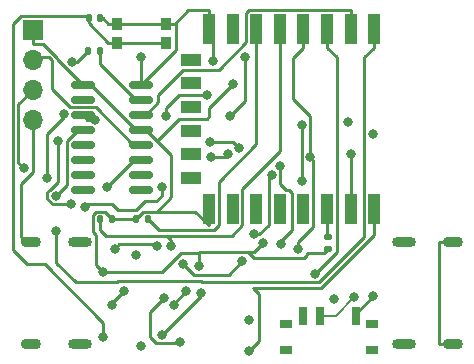
<source format=gbr>
%TF.GenerationSoftware,KiCad,Pcbnew,(6.0.7)*%
%TF.CreationDate,2025-06-10T03:22:09+09:00*%
%TF.ProjectId,AvatarSense,41766174-6172-4536-956e-73652e6b6963,rev?*%
%TF.SameCoordinates,Original*%
%TF.FileFunction,Copper,L4,Bot*%
%TF.FilePolarity,Positive*%
%FSLAX46Y46*%
G04 Gerber Fmt 4.6, Leading zero omitted, Abs format (unit mm)*
G04 Created by KiCad (PCBNEW (6.0.7)) date 2025-06-10 03:22:09*
%MOMM*%
%LPD*%
G01*
G04 APERTURE LIST*
G04 Aperture macros list*
%AMRoundRect*
0 Rectangle with rounded corners*
0 $1 Rounding radius*
0 $2 $3 $4 $5 $6 $7 $8 $9 X,Y pos of 4 corners*
0 Add a 4 corners polygon primitive as box body*
4,1,4,$2,$3,$4,$5,$6,$7,$8,$9,$2,$3,0*
0 Add four circle primitives for the rounded corners*
1,1,$1+$1,$2,$3*
1,1,$1+$1,$4,$5*
1,1,$1+$1,$6,$7*
1,1,$1+$1,$8,$9*
0 Add four rect primitives between the rounded corners*
20,1,$1+$1,$2,$3,$4,$5,0*
20,1,$1+$1,$4,$5,$6,$7,0*
20,1,$1+$1,$6,$7,$8,$9,0*
20,1,$1+$1,$8,$9,$2,$3,0*%
G04 Aperture macros list end*
%TA.AperFunction,ComponentPad*%
%ADD10R,1.700000X1.700000*%
%TD*%
%TA.AperFunction,ComponentPad*%
%ADD11O,1.700000X1.700000*%
%TD*%
%TA.AperFunction,ComponentPad*%
%ADD12O,1.700000X0.900000*%
%TD*%
%TA.AperFunction,ComponentPad*%
%ADD13O,2.000000X0.900000*%
%TD*%
%TA.AperFunction,SMDPad,CuDef*%
%ADD14R,1.000000X2.500000*%
%TD*%
%TA.AperFunction,SMDPad,CuDef*%
%ADD15R,1.800000X1.000000*%
%TD*%
%TA.AperFunction,SMDPad,CuDef*%
%ADD16RoundRect,0.135000X0.135000X0.185000X-0.135000X0.185000X-0.135000X-0.185000X0.135000X-0.185000X0*%
%TD*%
%TA.AperFunction,SMDPad,CuDef*%
%ADD17RoundRect,0.135000X0.185000X-0.135000X0.185000X0.135000X-0.185000X0.135000X-0.185000X-0.135000X0*%
%TD*%
%TA.AperFunction,SMDPad,CuDef*%
%ADD18RoundRect,0.135000X-0.135000X-0.185000X0.135000X-0.185000X0.135000X0.185000X-0.135000X0.185000X0*%
%TD*%
%TA.AperFunction,SMDPad,CuDef*%
%ADD19R,0.900000X1.000000*%
%TD*%
%TA.AperFunction,SMDPad,CuDef*%
%ADD20R,1.000000X0.800000*%
%TD*%
%TA.AperFunction,SMDPad,CuDef*%
%ADD21R,0.700000X1.500000*%
%TD*%
%TA.AperFunction,SMDPad,CuDef*%
%ADD22RoundRect,0.140000X0.140000X0.170000X-0.140000X0.170000X-0.140000X-0.170000X0.140000X-0.170000X0*%
%TD*%
%TA.AperFunction,SMDPad,CuDef*%
%ADD23RoundRect,0.150000X0.825000X0.150000X-0.825000X0.150000X-0.825000X-0.150000X0.825000X-0.150000X0*%
%TD*%
%TA.AperFunction,ViaPad*%
%ADD24C,0.800000*%
%TD*%
%TA.AperFunction,Conductor*%
%ADD25C,0.250000*%
%TD*%
%TA.AperFunction,Conductor*%
%ADD26C,0.200000*%
%TD*%
G04 APERTURE END LIST*
D10*
%TO.P,J1,1,Pin_1*%
%TO.N,+3V3*%
X102275000Y-102200000D03*
D11*
%TO.P,J1,2,Pin_2*%
%TO.N,D+*%
X102275000Y-104740000D03*
%TO.P,J1,3,Pin_3*%
%TO.N,D-*%
X102275000Y-107280000D03*
%TO.P,J1,4,Pin_4*%
%TO.N,BAT-*%
X102275000Y-109820000D03*
%TD*%
D12*
%TO.P,J3,S1,SHIELD*%
%TO.N,BAT-*%
X102135000Y-128820000D03*
D13*
X106305000Y-120180000D03*
D12*
X102135000Y-120180000D03*
D13*
X106305000Y-128820000D03*
%TD*%
D12*
%TO.P,J2,S1,SHIELD*%
%TO.N,BAT-*%
X137865000Y-120180000D03*
D13*
X133695000Y-120180000D03*
X133695000Y-128820000D03*
D12*
X137865000Y-128820000D03*
%TD*%
D14*
%TO.P,U2,1,~{RST}*%
%TO.N,RST*%
X131200000Y-117350000D03*
%TO.P,U2,2,ADC*%
%TO.N,Net-(R2-Pad1)*%
X129200000Y-117350000D03*
%TO.P,U2,3,EN*%
%TO.N,Net-(R1-Pad2)*%
X127200000Y-117350000D03*
%TO.P,U2,4,GPIO16*%
%TO.N,unconnected-(U2-Pad4)*%
X125200000Y-117350000D03*
%TO.P,U2,5,GPIO14*%
%TO.N,unconnected-(U2-Pad5)*%
X123200000Y-117350000D03*
%TO.P,U2,6,GPIO12*%
%TO.N,unconnected-(U2-Pad6)*%
X121200000Y-117350000D03*
%TO.P,U2,7,GPIO13*%
%TO.N,unconnected-(U2-Pad7)*%
X119200000Y-117350000D03*
%TO.P,U2,8,VCC*%
%TO.N,+3V3*%
X117200000Y-117350000D03*
D15*
%TO.P,U2,9,CS0*%
%TO.N,unconnected-(U2-Pad9)*%
X115700000Y-114750000D03*
%TO.P,U2,10,MISO*%
%TO.N,unconnected-(U2-Pad10)*%
X115700000Y-112750000D03*
%TO.P,U2,11,GPIO9*%
%TO.N,unconnected-(U2-Pad11)*%
X115700000Y-110750000D03*
%TO.P,U2,12,GPIO10*%
%TO.N,unconnected-(U2-Pad12)*%
X115700000Y-108750000D03*
%TO.P,U2,13,MOSI*%
%TO.N,unconnected-(U2-Pad13)*%
X115700000Y-106750000D03*
%TO.P,U2,14,SCLK*%
%TO.N,unconnected-(U2-Pad14)*%
X115700000Y-104750000D03*
D14*
%TO.P,U2,15,GND*%
%TO.N,BAT-*%
X117200000Y-102150000D03*
%TO.P,U2,16,GPIO15*%
%TO.N,unconnected-(U2-Pad16)*%
X119200000Y-102150000D03*
%TO.P,U2,17,GPIO2*%
%TO.N,GPIO2*%
X121200000Y-102150000D03*
%TO.P,U2,18,GPIO0*%
%TO.N,GPIO0*%
X123200000Y-102150000D03*
%TO.P,U2,19,GPIO4*%
%TO.N,SDA*%
X125200000Y-102150000D03*
%TO.P,U2,20,GPIO5*%
%TO.N,SCL*%
X127200000Y-102150000D03*
%TO.P,U2,21,GPIO3/RXD*%
%TO.N,RX*%
X129200000Y-102150000D03*
%TO.P,U2,22,GPIO1/TXD*%
%TO.N,TX*%
X131200000Y-102150000D03*
%TD*%
D16*
%TO.P,R3,1*%
%TO.N,Net-(R3-Pad1)*%
X108010000Y-104000000D03*
%TO.P,R3,2*%
%TO.N,TX*%
X106990000Y-104000000D03*
%TD*%
D17*
%TO.P,R1,1*%
%TO.N,+3V3*%
X127250000Y-120750000D03*
%TO.P,R1,2*%
%TO.N,Net-(R1-Pad2)*%
X127250000Y-119730000D03*
%TD*%
D18*
%TO.P,R8,1*%
%TO.N,+3V3*%
X111000000Y-118250000D03*
%TO.P,R8,2*%
%TO.N,GPIO2*%
X112020000Y-118250000D03*
%TD*%
D16*
%TO.P,R7,1*%
%TO.N,+3V3*%
X109020000Y-118250000D03*
%TO.P,R7,2*%
%TO.N,GPIO0*%
X108000000Y-118250000D03*
%TD*%
D19*
%TO.P,SW2,1,1*%
%TO.N,BAT-*%
X113550000Y-101700000D03*
X109450000Y-101700000D03*
%TO.P,SW2,2,2*%
%TO.N,RST*%
X113550000Y-103300000D03*
X109450000Y-103300000D03*
%TD*%
D20*
%TO.P,SW1,*%
%TO.N,*%
X131025000Y-127095000D03*
X123725000Y-127095000D03*
X123725000Y-129305000D03*
X131025000Y-129305000D03*
D21*
%TO.P,SW1,1,A*%
%TO.N,Net-(SW1-Pad1)*%
X129625000Y-126445000D03*
%TO.P,SW1,2,B*%
%TO.N,BAT+*%
X126625000Y-126445000D03*
%TO.P,SW1,3,C*%
%TO.N,unconnected-(SW1-Pad3)*%
X125125000Y-126445000D03*
%TD*%
D22*
%TO.P,C4,1*%
%TO.N,BAT-*%
X107980000Y-101250000D03*
%TO.P,C4,2*%
%TO.N,RST*%
X107020000Y-101250000D03*
%TD*%
D23*
%TO.P,U1,1,GND*%
%TO.N,BAT-*%
X111450000Y-106860000D03*
%TO.P,U1,2,TXD*%
%TO.N,Net-(R3-Pad1)*%
X111450000Y-108130000D03*
%TO.P,U1,3,RXD*%
%TO.N,RX*%
X111450000Y-109400000D03*
%TO.P,U1,4,V3*%
%TO.N,+3V3*%
X111450000Y-110670000D03*
%TO.P,U1,5,UD+*%
%TO.N,D+*%
X111450000Y-111940000D03*
%TO.P,U1,6,UD-*%
%TO.N,D-*%
X111450000Y-113210000D03*
%TO.P,U1,7,NC*%
%TO.N,unconnected-(U1-Pad7)*%
X111450000Y-114480000D03*
%TO.P,U1,8,NC*%
%TO.N,unconnected-(U1-Pad8)*%
X111450000Y-115750000D03*
%TO.P,U1,9,~{CTS}*%
%TO.N,unconnected-(U1-Pad9)*%
X106500000Y-115750000D03*
%TO.P,U1,10,~{DSR}*%
%TO.N,unconnected-(U1-Pad10)*%
X106500000Y-114480000D03*
%TO.P,U1,11,~{RI}*%
%TO.N,unconnected-(U1-Pad11)*%
X106500000Y-113210000D03*
%TO.P,U1,12,~{DCD}*%
%TO.N,unconnected-(U1-Pad12)*%
X106500000Y-111940000D03*
%TO.P,U1,13,~{DTR}*%
%TO.N,DTR*%
X106500000Y-110670000D03*
%TO.P,U1,14,~{RTS}*%
%TO.N,RTS*%
X106500000Y-109400000D03*
%TO.P,U1,15,R232*%
%TO.N,unconnected-(U1-Pad15)*%
X106500000Y-108130000D03*
%TO.P,U1,16,VCC*%
%TO.N,+3V3*%
X106500000Y-106860000D03*
%TD*%
D24*
%TO.N,+3V3*%
X121750000Y-120250000D03*
X108250000Y-122750000D03*
X116347000Y-122229000D03*
X119248000Y-106778000D03*
%TO.N,BAT-*%
X119000000Y-109500000D03*
X111450000Y-104558000D03*
X117554000Y-104830000D03*
X120250000Y-104500000D03*
%TO.N,RST*%
X108250000Y-128250000D03*
X111450000Y-129000000D03*
X120625000Y-129375000D03*
%TO.N,BAT+*%
X131125000Y-111000000D03*
X129500000Y-124875000D03*
%TO.N,+5V*%
X120625000Y-126750000D03*
X111000000Y-121250000D03*
%TO.N,Net-(JP1-Pad1)*%
X118799500Y-112750000D03*
X117350000Y-113000000D03*
%TO.N,DTR*%
X104250000Y-116253000D03*
%TO.N,RTS*%
X114750000Y-128629500D03*
X107564061Y-109809647D03*
X113416000Y-124941000D03*
%TO.N,GPIO0*%
X113249000Y-128016000D03*
X114000000Y-120500000D03*
X116488000Y-124512000D03*
%TO.N,Net-(R2-Pad1)*%
X129200000Y-112746000D03*
%TO.N,TX*%
X105607000Y-104937000D03*
X104250000Y-119250000D03*
%TO.N,Net-(R4-Pad2)*%
X105500000Y-117000000D03*
X104390000Y-111625000D03*
X127750000Y-125000000D03*
%TO.N,Net-(R5-Pad1)*%
X109250000Y-120750000D03*
X114233000Y-125517000D03*
X104893000Y-109311000D03*
X112806926Y-120525500D03*
X115298000Y-124326000D03*
X103500000Y-114750000D03*
%TO.N,Net-(R14-Pad1)*%
X120000000Y-121818000D03*
X115000000Y-122000000D03*
X122500000Y-114500000D03*
X121000000Y-119500000D03*
%TO.N,SCL*%
X123250000Y-113750000D03*
X109000000Y-125500000D03*
X126160000Y-122868000D03*
X110000000Y-124326000D03*
X123262000Y-120373000D03*
%TO.N,SDA*%
X113579000Y-109553000D03*
X106750000Y-117250000D03*
X125781000Y-113000000D03*
X119750000Y-112250000D03*
X117250000Y-111750000D03*
X124750000Y-120750000D03*
X117000000Y-107750000D03*
X113250000Y-115500000D03*
%TO.N,D-*%
X101523000Y-113937000D03*
X108575000Y-115528000D03*
%TO.N,+1V8*%
X125056000Y-110250000D03*
X125056000Y-115000000D03*
%TO.N,Net-(SW1-Pad1)*%
X131125000Y-124750000D03*
X129000000Y-110000000D03*
%TD*%
D25*
%TO.N,+3V3*%
X125509000Y-121094000D02*
X125509000Y-121281000D01*
X125244000Y-121546000D02*
X121046000Y-121546000D01*
X114863200Y-121094000D02*
X116346000Y-121094000D01*
X111000000Y-118250000D02*
X111649000Y-117601000D01*
X114000000Y-112813000D02*
X114000000Y-116383000D01*
X107630000Y-122130000D02*
X108250000Y-122750000D01*
X116347000Y-122229000D02*
X116347000Y-122228000D01*
X107630000Y-119586000D02*
X107630000Y-122130000D01*
X102275000Y-103377000D02*
X102275000Y-102200000D01*
X109020000Y-118250000D02*
X111000000Y-118250000D01*
X104356000Y-104603000D02*
X103130000Y-103377000D01*
X104356000Y-104716000D02*
X104356000Y-104603000D01*
X114627000Y-109750000D02*
X112782000Y-111595000D01*
X107259000Y-106860000D02*
X111069000Y-110670000D01*
X120500000Y-121000000D02*
X121000000Y-121000000D01*
X121000000Y-121000000D02*
X121750000Y-120250000D01*
X111450000Y-110670000D02*
X111857000Y-110670000D01*
X111857000Y-110670000D02*
X112782000Y-111595000D01*
X116346000Y-122228000D02*
X116346000Y-121094000D01*
X108250000Y-122750000D02*
X113207200Y-122750000D01*
X121046000Y-121546000D02*
X120500000Y-121000000D01*
X111069000Y-110670000D02*
X111450000Y-110670000D01*
X114000000Y-116383000D02*
X112782000Y-117601000D01*
X117200000Y-108827000D02*
X117200000Y-109550000D01*
X113207200Y-122750000D02*
X114863200Y-121094000D01*
X117200000Y-118740000D02*
X117200000Y-117350000D01*
X127250000Y-120750000D02*
X126906000Y-121094000D01*
X111649000Y-117601000D02*
X112782000Y-117601000D01*
X117000000Y-109750000D02*
X114627000Y-109750000D01*
X107397000Y-117865000D02*
X107397000Y-119353000D01*
X120500000Y-121000000D02*
X116440000Y-121000000D01*
X106500000Y-106860000D02*
X104356000Y-104716000D01*
X117200000Y-109550000D02*
X117000000Y-109750000D01*
X112782000Y-117601000D02*
X116061000Y-117601000D01*
X109020000Y-118250000D02*
X108371000Y-117601000D01*
X106500000Y-106860000D02*
X107259000Y-106860000D01*
X107660000Y-117601000D02*
X107397000Y-117865000D01*
X112782000Y-111595000D02*
X114000000Y-112813000D01*
X119248000Y-106778000D02*
X117200000Y-108827000D01*
X107397000Y-119353000D02*
X107630000Y-119586000D01*
X125509000Y-121281000D02*
X125244000Y-121546000D01*
X116061000Y-117601000D02*
X117200000Y-118740000D01*
X116440000Y-121000000D02*
X116346000Y-121094000D01*
X103130000Y-103377000D02*
X102275000Y-103377000D01*
X116347000Y-122228000D02*
X116346000Y-122228000D01*
X126906000Y-121094000D02*
X125509000Y-121094000D01*
X108371000Y-117601000D02*
X107660000Y-117601000D01*
%TO.N,BAT-*%
X117200000Y-102150000D02*
X117200000Y-101495000D01*
X136688000Y-128820000D02*
X136688000Y-120180000D01*
X136688000Y-120180000D02*
X137865000Y-120180000D01*
X120250000Y-108250000D02*
X120250000Y-104500000D01*
X107980000Y-101250000D02*
X108223000Y-101250000D01*
X114327000Y-101700000D02*
X115454000Y-100573000D01*
X117554000Y-101849000D02*
X117554000Y-104830000D01*
X114378000Y-103932000D02*
X111450000Y-106860000D01*
X119000000Y-109500000D02*
X120250000Y-108250000D01*
X108223000Y-101250000D02*
X108673000Y-101700000D01*
X101250000Y-115250000D02*
X101250000Y-119750000D01*
X115454000Y-100573000D02*
X117200000Y-100573000D01*
X114325000Y-101700000D02*
X114378000Y-101753000D01*
X111450000Y-106860000D02*
X111450000Y-104558000D01*
X137865000Y-128820000D02*
X136688000Y-128820000D01*
X101250000Y-119750000D02*
X101680000Y-120180000D01*
X114378000Y-101753000D02*
X114378000Y-103932000D01*
X114325000Y-101700000D02*
X114327000Y-101700000D01*
X109450000Y-101700000D02*
X113550000Y-101700000D01*
X102275000Y-114225000D02*
X101250000Y-115250000D01*
X113550000Y-101700000D02*
X114325000Y-101700000D01*
X117200000Y-101495000D02*
X117554000Y-101849000D01*
X102275000Y-109820000D02*
X102275000Y-114225000D01*
X117200000Y-100573000D02*
X117200000Y-101495000D01*
X108673000Y-101700000D02*
X109450000Y-101700000D01*
X101680000Y-120180000D02*
X102135000Y-120180000D01*
%TO.N,RST*%
X100594000Y-120844000D02*
X101810000Y-122060000D01*
X108250000Y-127000000D02*
X108250000Y-128250000D01*
X126712000Y-124054000D02*
X131200000Y-119566000D01*
X109450000Y-103300000D02*
X113550000Y-103300000D01*
X120946000Y-124054000D02*
X126712000Y-124054000D01*
X107020000Y-101250000D02*
X106793000Y-101023000D01*
X103310000Y-122060000D02*
X108250000Y-127000000D01*
X108673000Y-103300000D02*
X107020000Y-101647000D01*
X101289000Y-101023000D02*
X100594000Y-101719000D01*
X101810000Y-122060000D02*
X103310000Y-122060000D01*
X121475000Y-128525000D02*
X121475000Y-124583000D01*
X120625000Y-129375000D02*
X121475000Y-128525000D01*
X100594000Y-101719000D02*
X100594000Y-120844000D01*
X106793000Y-101023000D02*
X101289000Y-101023000D01*
X131200000Y-119566000D02*
X131200000Y-117350000D01*
X107020000Y-101647000D02*
X107020000Y-101250000D01*
X109450000Y-103300000D02*
X108673000Y-103300000D01*
X121475000Y-124583000D02*
X120946000Y-124054000D01*
D26*
%TO.N,BAT+*%
X126625000Y-126445000D02*
X127930000Y-126445000D01*
X127930000Y-126445000D02*
X129500000Y-124875000D01*
D25*
%TO.N,Net-(JP1-Pad1)*%
X118799500Y-112750000D02*
X118549500Y-113000000D01*
X118549500Y-113000000D02*
X117350000Y-113000000D01*
%TO.N,DTR*%
X105149000Y-115354000D02*
X105149000Y-111640000D01*
X104250000Y-116253000D02*
X105149000Y-115354000D01*
X105149000Y-111640000D02*
X106120000Y-110670000D01*
X106120000Y-110670000D02*
X106500000Y-110670000D01*
%TO.N,RTS*%
X114638500Y-128741000D02*
X112741000Y-128741000D01*
X107564061Y-109809647D02*
X106909647Y-109809647D01*
X112250000Y-128250000D02*
X112250000Y-126107000D01*
X112250000Y-126107000D02*
X113416000Y-124941000D01*
X106909647Y-109809647D02*
X106500000Y-109400000D01*
X112741000Y-128741000D02*
X112250000Y-128250000D01*
X114750000Y-128629500D02*
X114638500Y-128741000D01*
%TO.N,GPIO0*%
X117623000Y-119644000D02*
X117021000Y-119644000D01*
X123200000Y-112514000D02*
X120027000Y-115687000D01*
X120027000Y-115687000D02*
X120027000Y-118755000D01*
X116488000Y-124778000D02*
X116488000Y-124512000D01*
X113648000Y-119648000D02*
X108492000Y-119648000D01*
X123200000Y-102150000D02*
X123200000Y-112514000D01*
X108000000Y-119156000D02*
X108000000Y-118250000D01*
X120027000Y-118755000D02*
X119134000Y-119648000D01*
X119134000Y-119648000D02*
X117627000Y-119648000D01*
X117627000Y-119648000D02*
X117623000Y-119644000D01*
X113249000Y-128016000D02*
X116488000Y-124778000D01*
X117017000Y-119648000D02*
X113648000Y-119648000D01*
X108492000Y-119648000D02*
X108000000Y-119156000D01*
X114000000Y-120500000D02*
X114000000Y-120000000D01*
X117021000Y-119644000D02*
X117017000Y-119648000D01*
X114000000Y-120000000D02*
X113648000Y-119648000D01*
%TO.N,Net-(R1-Pad2)*%
X127250000Y-119730000D02*
X127200000Y-119680000D01*
X127200000Y-119680000D02*
X127200000Y-117350000D01*
%TO.N,Net-(R2-Pad1)*%
X129200000Y-117350000D02*
X129200000Y-112746000D01*
%TO.N,Net-(R3-Pad1)*%
X108010000Y-105104000D02*
X108010000Y-104000000D01*
X111036000Y-108130000D02*
X108010000Y-105104000D01*
X111450000Y-108130000D02*
X111036000Y-108130000D01*
%TO.N,TX*%
X130373000Y-104554000D02*
X130373000Y-119754000D01*
X109398000Y-123602000D02*
X105908000Y-123602000D01*
X116500000Y-123500000D02*
X109500000Y-123500000D01*
X106053000Y-104937000D02*
X105607000Y-104937000D01*
X109500000Y-123500000D02*
X109398000Y-123602000D01*
X131200000Y-103727000D02*
X130373000Y-104554000D01*
X126525000Y-123602000D02*
X116602000Y-123602000D01*
X106990000Y-104000000D02*
X106053000Y-104937000D01*
X116602000Y-123602000D02*
X116500000Y-123500000D01*
X105908000Y-123602000D02*
X104250000Y-121944000D01*
X131200000Y-102150000D02*
X131200000Y-103727000D01*
X130373000Y-119754000D02*
X126525000Y-123602000D01*
X104250000Y-121944000D02*
X104250000Y-119250000D01*
%TO.N,Net-(R4-Pad2)*%
X104390000Y-111625000D02*
X104390000Y-115087695D01*
X103525000Y-116553305D02*
X103971695Y-117000000D01*
X104390000Y-115087695D02*
X103738847Y-115738848D01*
X103971695Y-117000000D02*
X105500000Y-117000000D01*
X103525000Y-115952695D02*
X103525000Y-116553305D01*
X103738847Y-115738848D02*
X103525000Y-115952695D01*
%TO.N,Net-(R5-Pad1)*%
X114233000Y-125392000D02*
X115298000Y-124326000D01*
X112653426Y-120372000D02*
X112806926Y-120525500D01*
X109628000Y-120372000D02*
X112653426Y-120372000D01*
X114233000Y-125517000D02*
X114233000Y-125392000D01*
X103500000Y-114750000D02*
X103500000Y-111000000D01*
X109250000Y-120750000D02*
X109628000Y-120372000D01*
X103500000Y-111000000D02*
X104893000Y-109607000D01*
X104893000Y-109607000D02*
X104893000Y-109311000D01*
%TO.N,GPIO2*%
X118027000Y-115095000D02*
X118027000Y-118780000D01*
X121200000Y-111922000D02*
X118027000Y-115095000D01*
X112962000Y-119192000D02*
X112020000Y-118250000D01*
X118027000Y-118780000D02*
X117615000Y-119192000D01*
X117615000Y-119192000D02*
X112962000Y-119192000D01*
X121200000Y-102150000D02*
X121200000Y-111922000D01*
%TO.N,Net-(R14-Pad1)*%
X122250000Y-114750000D02*
X122500000Y-114500000D01*
X122250000Y-118700000D02*
X122250000Y-114750000D01*
X118864000Y-122954000D02*
X120000000Y-121818000D01*
X121450000Y-119500000D02*
X122250000Y-118700000D01*
X115954000Y-122954000D02*
X118864000Y-122954000D01*
X115000000Y-122000000D02*
X115954000Y-122954000D01*
X121000000Y-119500000D02*
X121450000Y-119500000D01*
%TO.N,SCL*%
X128028000Y-121000000D02*
X128028000Y-104555000D01*
X128028000Y-104555000D02*
X127200000Y-103727000D01*
X124250000Y-119161000D02*
X123250000Y-120161000D01*
X123250000Y-120360000D02*
X123262000Y-120373000D01*
X109000000Y-125500000D02*
X109000000Y-125326000D01*
X123250000Y-115250000D02*
X123750000Y-115750000D01*
X124250000Y-116000000D02*
X124250000Y-119161000D01*
X126160000Y-122868000D02*
X128028000Y-121000000D01*
X123250000Y-113750000D02*
X123250000Y-115250000D01*
X127200000Y-103727000D02*
X127200000Y-102150000D01*
X123750000Y-115750000D02*
X124000000Y-115750000D01*
X109000000Y-125326000D02*
X110000000Y-124326000D01*
X124000000Y-115750000D02*
X124250000Y-116000000D01*
X123250000Y-120161000D02*
X123250000Y-120360000D01*
%TO.N,SDA*%
X113250000Y-116250000D02*
X113250000Y-115500000D01*
X125200000Y-103727000D02*
X124332000Y-104595000D01*
X111000000Y-117500000D02*
X111750000Y-116750000D01*
X124332000Y-104595000D02*
X124332000Y-108082000D01*
X126025000Y-113275000D02*
X125781000Y-113031000D01*
X112750000Y-116750000D02*
X113250000Y-116250000D01*
X117250000Y-111750000D02*
X119250000Y-111750000D01*
X106750000Y-117250000D02*
X107000000Y-117000000D01*
X111750000Y-116750000D02*
X112750000Y-116750000D01*
X124750000Y-120200000D02*
X126025000Y-118925000D01*
X125781000Y-113031000D02*
X125781000Y-113000000D01*
X124750000Y-120750000D02*
X124750000Y-120200000D01*
X119250000Y-111750000D02*
X119750000Y-112250000D01*
X114650000Y-107750000D02*
X117000000Y-107750000D01*
X113579000Y-109553000D02*
X113579000Y-108821000D01*
X124332000Y-108082000D02*
X125781000Y-109531000D01*
X125781000Y-109531000D02*
X125781000Y-113000000D01*
X107000000Y-117000000D02*
X109000000Y-117000000D01*
X109000000Y-117000000D02*
X109500000Y-117500000D01*
X109500000Y-117500000D02*
X111000000Y-117500000D01*
X126025000Y-118925000D02*
X126025000Y-113275000D01*
X125200000Y-102150000D02*
X125200000Y-103727000D01*
X113579000Y-108821000D02*
X114650000Y-107750000D01*
%TO.N,RX*%
X120564000Y-100573000D02*
X120373000Y-100764000D01*
X115010000Y-105577000D02*
X112894000Y-107694000D01*
X129200000Y-102150000D02*
X129200000Y-100573000D01*
X120373000Y-103231000D02*
X118028000Y-105577000D01*
X112894000Y-108363000D02*
X111857000Y-109400000D01*
X112894000Y-107694000D02*
X112894000Y-108363000D01*
X120373000Y-100764000D02*
X120373000Y-103231000D01*
X129200000Y-100573000D02*
X120564000Y-100573000D01*
X118028000Y-105577000D02*
X115010000Y-105577000D01*
X111857000Y-109400000D02*
X111450000Y-109400000D01*
%TO.N,D+*%
X105458000Y-108765000D02*
X103904000Y-107210000D01*
X103904000Y-107210000D02*
X103904000Y-104790000D01*
X102489000Y-104526000D02*
X102275000Y-104740000D01*
X107601000Y-108765000D02*
X105458000Y-108765000D01*
X110776000Y-111940000D02*
X107601000Y-108765000D01*
X103904000Y-104790000D02*
X103639000Y-104526000D01*
X111450000Y-111940000D02*
X110776000Y-111940000D01*
X103639000Y-104526000D02*
X102489000Y-104526000D01*
%TO.N,D-*%
X111450000Y-113210000D02*
X110893000Y-113210000D01*
X101046000Y-113460000D02*
X101523000Y-113937000D01*
X110893000Y-113210000D02*
X108575000Y-115528000D01*
X101046000Y-108510000D02*
X101046000Y-113460000D01*
X102275000Y-107280000D02*
X101046000Y-108510000D01*
%TO.N,+1V8*%
X125056000Y-115000000D02*
X125056000Y-110250000D01*
%TO.N,Net-(SW1-Pad1)*%
X129625000Y-126445000D02*
X129625000Y-126250000D01*
X129625000Y-126250000D02*
X131125000Y-124750000D01*
%TD*%
M02*

</source>
